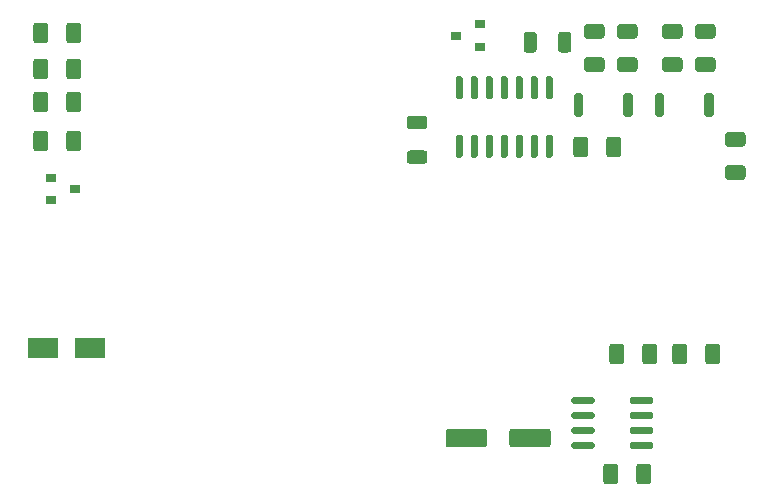
<source format=gbr>
%TF.GenerationSoftware,KiCad,Pcbnew,(5.1.9)-1*%
%TF.CreationDate,2021-03-01T17:33:48+01:00*%
%TF.ProjectId,mod_cell_0_02,6d6f645f-6365-46c6-9c5f-305f30322e6b,0.02*%
%TF.SameCoordinates,Original*%
%TF.FileFunction,Paste,Top*%
%TF.FilePolarity,Positive*%
%FSLAX46Y46*%
G04 Gerber Fmt 4.6, Leading zero omitted, Abs format (unit mm)*
G04 Created by KiCad (PCBNEW (5.1.9)-1) date 2021-03-01 17:33:48*
%MOMM*%
%LPD*%
G01*
G04 APERTURE LIST*
%ADD10R,0.900000X0.800000*%
%ADD11R,2.500000X1.800000*%
G04 APERTURE END LIST*
%TO.C,R6*%
G36*
G01*
X162270000Y-79144999D02*
X162270000Y-80395001D01*
G75*
G02*
X162020001Y-80645000I-249999J0D01*
G01*
X161394999Y-80645000D01*
G75*
G02*
X161145000Y-80395001I0J249999D01*
G01*
X161145000Y-79144999D01*
G75*
G02*
X161394999Y-78895000I249999J0D01*
G01*
X162020001Y-78895000D01*
G75*
G02*
X162270000Y-79144999I0J-249999D01*
G01*
G37*
G36*
G01*
X165195000Y-79144999D02*
X165195000Y-80395001D01*
G75*
G02*
X164945001Y-80645000I-249999J0D01*
G01*
X164319999Y-80645000D01*
G75*
G02*
X164070000Y-80395001I0J249999D01*
G01*
X164070000Y-79144999D01*
G75*
G02*
X164319999Y-78895000I249999J0D01*
G01*
X164945001Y-78895000D01*
G75*
G02*
X165195000Y-79144999I0J-249999D01*
G01*
G37*
%TD*%
%TO.C,R5*%
G36*
G01*
X152755001Y-87140000D02*
X151504999Y-87140000D01*
G75*
G02*
X151255000Y-86890001I0J249999D01*
G01*
X151255000Y-86264999D01*
G75*
G02*
X151504999Y-86015000I249999J0D01*
G01*
X152755001Y-86015000D01*
G75*
G02*
X153005000Y-86264999I0J-249999D01*
G01*
X153005000Y-86890001D01*
G75*
G02*
X152755001Y-87140000I-249999J0D01*
G01*
G37*
G36*
G01*
X152755001Y-90065000D02*
X151504999Y-90065000D01*
G75*
G02*
X151255000Y-89815001I0J249999D01*
G01*
X151255000Y-89189999D01*
G75*
G02*
X151504999Y-88940000I249999J0D01*
G01*
X152755001Y-88940000D01*
G75*
G02*
X153005000Y-89189999I0J-249999D01*
G01*
X153005000Y-89815001D01*
G75*
G02*
X152755001Y-90065000I-249999J0D01*
G01*
G37*
%TD*%
D10*
%TO.C,Q2*%
X155420000Y-79210000D03*
X157420000Y-78260000D03*
X157420000Y-80160000D03*
%TD*%
%TO.C,Q1*%
X123174000Y-92202000D03*
X121174000Y-93152000D03*
X121174000Y-91252000D03*
%TD*%
%TO.C,C2*%
G36*
G01*
X154554000Y-113834000D02*
X154554000Y-112734000D01*
G75*
G02*
X154804000Y-112484000I250000J0D01*
G01*
X157804000Y-112484000D01*
G75*
G02*
X158054000Y-112734000I0J-250000D01*
G01*
X158054000Y-113834000D01*
G75*
G02*
X157804000Y-114084000I-250000J0D01*
G01*
X154804000Y-114084000D01*
G75*
G02*
X154554000Y-113834000I0J250000D01*
G01*
G37*
G36*
G01*
X159954000Y-113834000D02*
X159954000Y-112734000D01*
G75*
G02*
X160204000Y-112484000I250000J0D01*
G01*
X163204000Y-112484000D01*
G75*
G02*
X163454000Y-112734000I0J-250000D01*
G01*
X163454000Y-113834000D01*
G75*
G02*
X163204000Y-114084000I-250000J0D01*
G01*
X160204000Y-114084000D01*
G75*
G02*
X159954000Y-113834000I0J250000D01*
G01*
G37*
%TD*%
%TO.C,C1*%
G36*
G01*
X167901000Y-116957000D02*
X167901000Y-115707000D01*
G75*
G02*
X168151000Y-115457000I250000J0D01*
G01*
X168901000Y-115457000D01*
G75*
G02*
X169151000Y-115707000I0J-250000D01*
G01*
X169151000Y-116957000D01*
G75*
G02*
X168901000Y-117207000I-250000J0D01*
G01*
X168151000Y-117207000D01*
G75*
G02*
X167901000Y-116957000I0J250000D01*
G01*
G37*
G36*
G01*
X170701000Y-116957000D02*
X170701000Y-115707000D01*
G75*
G02*
X170951000Y-115457000I250000J0D01*
G01*
X171701000Y-115457000D01*
G75*
G02*
X171951000Y-115707000I0J-250000D01*
G01*
X171951000Y-116957000D01*
G75*
G02*
X171701000Y-117207000I-250000J0D01*
G01*
X170951000Y-117207000D01*
G75*
G02*
X170701000Y-116957000I0J250000D01*
G01*
G37*
%TD*%
%TO.C,C3*%
G36*
G01*
X168161000Y-89271000D02*
X168161000Y-88021000D01*
G75*
G02*
X168411000Y-87771000I250000J0D01*
G01*
X169161000Y-87771000D01*
G75*
G02*
X169411000Y-88021000I0J-250000D01*
G01*
X169411000Y-89271000D01*
G75*
G02*
X169161000Y-89521000I-250000J0D01*
G01*
X168411000Y-89521000D01*
G75*
G02*
X168161000Y-89271000I0J250000D01*
G01*
G37*
G36*
G01*
X165361000Y-89271000D02*
X165361000Y-88021000D01*
G75*
G02*
X165611000Y-87771000I250000J0D01*
G01*
X166361000Y-87771000D01*
G75*
G02*
X166611000Y-88021000I0J-250000D01*
G01*
X166611000Y-89271000D01*
G75*
G02*
X166361000Y-89521000I-250000J0D01*
G01*
X165611000Y-89521000D01*
G75*
G02*
X165361000Y-89271000I0J250000D01*
G01*
G37*
%TD*%
%TO.C,D1*%
G36*
G01*
X170551000Y-82289000D02*
X169301000Y-82289000D01*
G75*
G02*
X169051000Y-82039000I0J250000D01*
G01*
X169051000Y-81289000D01*
G75*
G02*
X169301000Y-81039000I250000J0D01*
G01*
X170551000Y-81039000D01*
G75*
G02*
X170801000Y-81289000I0J-250000D01*
G01*
X170801000Y-82039000D01*
G75*
G02*
X170551000Y-82289000I-250000J0D01*
G01*
G37*
G36*
G01*
X170551000Y-79489000D02*
X169301000Y-79489000D01*
G75*
G02*
X169051000Y-79239000I0J250000D01*
G01*
X169051000Y-78489000D01*
G75*
G02*
X169301000Y-78239000I250000J0D01*
G01*
X170551000Y-78239000D01*
G75*
G02*
X170801000Y-78489000I0J-250000D01*
G01*
X170801000Y-79239000D01*
G75*
G02*
X170551000Y-79489000I-250000J0D01*
G01*
G37*
%TD*%
%TO.C,D2*%
G36*
G01*
X177155000Y-79489000D02*
X175905000Y-79489000D01*
G75*
G02*
X175655000Y-79239000I0J250000D01*
G01*
X175655000Y-78489000D01*
G75*
G02*
X175905000Y-78239000I250000J0D01*
G01*
X177155000Y-78239000D01*
G75*
G02*
X177405000Y-78489000I0J-250000D01*
G01*
X177405000Y-79239000D01*
G75*
G02*
X177155000Y-79489000I-250000J0D01*
G01*
G37*
G36*
G01*
X177155000Y-82289000D02*
X175905000Y-82289000D01*
G75*
G02*
X175655000Y-82039000I0J250000D01*
G01*
X175655000Y-81289000D01*
G75*
G02*
X175905000Y-81039000I250000J0D01*
G01*
X177155000Y-81039000D01*
G75*
G02*
X177405000Y-81289000I0J-250000D01*
G01*
X177405000Y-82039000D01*
G75*
G02*
X177155000Y-82289000I-250000J0D01*
G01*
G37*
%TD*%
%TO.C,D3*%
G36*
G01*
X123691000Y-81417000D02*
X123691000Y-82667000D01*
G75*
G02*
X123441000Y-82917000I-250000J0D01*
G01*
X122691000Y-82917000D01*
G75*
G02*
X122441000Y-82667000I0J250000D01*
G01*
X122441000Y-81417000D01*
G75*
G02*
X122691000Y-81167000I250000J0D01*
G01*
X123441000Y-81167000D01*
G75*
G02*
X123691000Y-81417000I0J-250000D01*
G01*
G37*
G36*
G01*
X120891000Y-81417000D02*
X120891000Y-82667000D01*
G75*
G02*
X120641000Y-82917000I-250000J0D01*
G01*
X119891000Y-82917000D01*
G75*
G02*
X119641000Y-82667000I0J250000D01*
G01*
X119641000Y-81417000D01*
G75*
G02*
X119891000Y-81167000I250000J0D01*
G01*
X120641000Y-81167000D01*
G75*
G02*
X120891000Y-81417000I0J-250000D01*
G01*
G37*
%TD*%
D11*
%TO.C,D4*%
X120428000Y-105664000D03*
X124428000Y-105664000D03*
%TD*%
%TO.C,F1*%
G36*
G01*
X179695000Y-91433000D02*
X178445000Y-91433000D01*
G75*
G02*
X178195000Y-91183000I0J250000D01*
G01*
X178195000Y-90433000D01*
G75*
G02*
X178445000Y-90183000I250000J0D01*
G01*
X179695000Y-90183000D01*
G75*
G02*
X179945000Y-90433000I0J-250000D01*
G01*
X179945000Y-91183000D01*
G75*
G02*
X179695000Y-91433000I-250000J0D01*
G01*
G37*
G36*
G01*
X179695000Y-88633000D02*
X178445000Y-88633000D01*
G75*
G02*
X178195000Y-88383000I0J250000D01*
G01*
X178195000Y-87633000D01*
G75*
G02*
X178445000Y-87383000I250000J0D01*
G01*
X179695000Y-87383000D01*
G75*
G02*
X179945000Y-87633000I0J-250000D01*
G01*
X179945000Y-88383000D01*
G75*
G02*
X179695000Y-88633000I-250000J0D01*
G01*
G37*
%TD*%
%TO.C,IC1*%
G36*
G01*
X165206000Y-110259000D02*
X165206000Y-109959000D01*
G75*
G02*
X165356000Y-109809000I150000J0D01*
G01*
X167006000Y-109809000D01*
G75*
G02*
X167156000Y-109959000I0J-150000D01*
G01*
X167156000Y-110259000D01*
G75*
G02*
X167006000Y-110409000I-150000J0D01*
G01*
X165356000Y-110409000D01*
G75*
G02*
X165206000Y-110259000I0J150000D01*
G01*
G37*
G36*
G01*
X165206000Y-111529000D02*
X165206000Y-111229000D01*
G75*
G02*
X165356000Y-111079000I150000J0D01*
G01*
X167006000Y-111079000D01*
G75*
G02*
X167156000Y-111229000I0J-150000D01*
G01*
X167156000Y-111529000D01*
G75*
G02*
X167006000Y-111679000I-150000J0D01*
G01*
X165356000Y-111679000D01*
G75*
G02*
X165206000Y-111529000I0J150000D01*
G01*
G37*
G36*
G01*
X165206000Y-112799000D02*
X165206000Y-112499000D01*
G75*
G02*
X165356000Y-112349000I150000J0D01*
G01*
X167006000Y-112349000D01*
G75*
G02*
X167156000Y-112499000I0J-150000D01*
G01*
X167156000Y-112799000D01*
G75*
G02*
X167006000Y-112949000I-150000J0D01*
G01*
X165356000Y-112949000D01*
G75*
G02*
X165206000Y-112799000I0J150000D01*
G01*
G37*
G36*
G01*
X165206000Y-114069000D02*
X165206000Y-113769000D01*
G75*
G02*
X165356000Y-113619000I150000J0D01*
G01*
X167006000Y-113619000D01*
G75*
G02*
X167156000Y-113769000I0J-150000D01*
G01*
X167156000Y-114069000D01*
G75*
G02*
X167006000Y-114219000I-150000J0D01*
G01*
X165356000Y-114219000D01*
G75*
G02*
X165206000Y-114069000I0J150000D01*
G01*
G37*
G36*
G01*
X170156000Y-114069000D02*
X170156000Y-113769000D01*
G75*
G02*
X170306000Y-113619000I150000J0D01*
G01*
X171956000Y-113619000D01*
G75*
G02*
X172106000Y-113769000I0J-150000D01*
G01*
X172106000Y-114069000D01*
G75*
G02*
X171956000Y-114219000I-150000J0D01*
G01*
X170306000Y-114219000D01*
G75*
G02*
X170156000Y-114069000I0J150000D01*
G01*
G37*
G36*
G01*
X170156000Y-112799000D02*
X170156000Y-112499000D01*
G75*
G02*
X170306000Y-112349000I150000J0D01*
G01*
X171956000Y-112349000D01*
G75*
G02*
X172106000Y-112499000I0J-150000D01*
G01*
X172106000Y-112799000D01*
G75*
G02*
X171956000Y-112949000I-150000J0D01*
G01*
X170306000Y-112949000D01*
G75*
G02*
X170156000Y-112799000I0J150000D01*
G01*
G37*
G36*
G01*
X170156000Y-111529000D02*
X170156000Y-111229000D01*
G75*
G02*
X170306000Y-111079000I150000J0D01*
G01*
X171956000Y-111079000D01*
G75*
G02*
X172106000Y-111229000I0J-150000D01*
G01*
X172106000Y-111529000D01*
G75*
G02*
X171956000Y-111679000I-150000J0D01*
G01*
X170306000Y-111679000D01*
G75*
G02*
X170156000Y-111529000I0J150000D01*
G01*
G37*
G36*
G01*
X170156000Y-110259000D02*
X170156000Y-109959000D01*
G75*
G02*
X170306000Y-109809000I150000J0D01*
G01*
X171956000Y-109809000D01*
G75*
G02*
X172106000Y-109959000I0J-150000D01*
G01*
X172106000Y-110259000D01*
G75*
G02*
X171956000Y-110409000I-150000J0D01*
G01*
X170306000Y-110409000D01*
G75*
G02*
X170156000Y-110259000I0J150000D01*
G01*
G37*
%TD*%
%TO.C,R1*%
G36*
G01*
X169659000Y-105547000D02*
X169659000Y-106797000D01*
G75*
G02*
X169409000Y-107047000I-250000J0D01*
G01*
X168659000Y-107047000D01*
G75*
G02*
X168409000Y-106797000I0J250000D01*
G01*
X168409000Y-105547000D01*
G75*
G02*
X168659000Y-105297000I250000J0D01*
G01*
X169409000Y-105297000D01*
G75*
G02*
X169659000Y-105547000I0J-250000D01*
G01*
G37*
G36*
G01*
X172459000Y-105547000D02*
X172459000Y-106797000D01*
G75*
G02*
X172209000Y-107047000I-250000J0D01*
G01*
X171459000Y-107047000D01*
G75*
G02*
X171209000Y-106797000I0J250000D01*
G01*
X171209000Y-105547000D01*
G75*
G02*
X171459000Y-105297000I250000J0D01*
G01*
X172209000Y-105297000D01*
G75*
G02*
X172459000Y-105547000I0J-250000D01*
G01*
G37*
%TD*%
%TO.C,R2*%
G36*
G01*
X173743000Y-106797000D02*
X173743000Y-105547000D01*
G75*
G02*
X173993000Y-105297000I250000J0D01*
G01*
X174743000Y-105297000D01*
G75*
G02*
X174993000Y-105547000I0J-250000D01*
G01*
X174993000Y-106797000D01*
G75*
G02*
X174743000Y-107047000I-250000J0D01*
G01*
X173993000Y-107047000D01*
G75*
G02*
X173743000Y-106797000I0J250000D01*
G01*
G37*
G36*
G01*
X176543000Y-106797000D02*
X176543000Y-105547000D01*
G75*
G02*
X176793000Y-105297000I250000J0D01*
G01*
X177543000Y-105297000D01*
G75*
G02*
X177793000Y-105547000I0J-250000D01*
G01*
X177793000Y-106797000D01*
G75*
G02*
X177543000Y-107047000I-250000J0D01*
G01*
X176793000Y-107047000D01*
G75*
G02*
X176543000Y-106797000I0J250000D01*
G01*
G37*
%TD*%
%TO.C,R3*%
G36*
G01*
X167757000Y-82289000D02*
X166507000Y-82289000D01*
G75*
G02*
X166257000Y-82039000I0J250000D01*
G01*
X166257000Y-81289000D01*
G75*
G02*
X166507000Y-81039000I250000J0D01*
G01*
X167757000Y-81039000D01*
G75*
G02*
X168007000Y-81289000I0J-250000D01*
G01*
X168007000Y-82039000D01*
G75*
G02*
X167757000Y-82289000I-250000J0D01*
G01*
G37*
G36*
G01*
X167757000Y-79489000D02*
X166507000Y-79489000D01*
G75*
G02*
X166257000Y-79239000I0J250000D01*
G01*
X166257000Y-78489000D01*
G75*
G02*
X166507000Y-78239000I250000J0D01*
G01*
X167757000Y-78239000D01*
G75*
G02*
X168007000Y-78489000I0J-250000D01*
G01*
X168007000Y-79239000D01*
G75*
G02*
X167757000Y-79489000I-250000J0D01*
G01*
G37*
%TD*%
%TO.C,R4*%
G36*
G01*
X174361000Y-79489000D02*
X173111000Y-79489000D01*
G75*
G02*
X172861000Y-79239000I0J250000D01*
G01*
X172861000Y-78489000D01*
G75*
G02*
X173111000Y-78239000I250000J0D01*
G01*
X174361000Y-78239000D01*
G75*
G02*
X174611000Y-78489000I0J-250000D01*
G01*
X174611000Y-79239000D01*
G75*
G02*
X174361000Y-79489000I-250000J0D01*
G01*
G37*
G36*
G01*
X174361000Y-82289000D02*
X173111000Y-82289000D01*
G75*
G02*
X172861000Y-82039000I0J250000D01*
G01*
X172861000Y-81289000D01*
G75*
G02*
X173111000Y-81039000I250000J0D01*
G01*
X174361000Y-81039000D01*
G75*
G02*
X174611000Y-81289000I0J-250000D01*
G01*
X174611000Y-82039000D01*
G75*
G02*
X174361000Y-82289000I-250000J0D01*
G01*
G37*
%TD*%
%TO.C,R7*%
G36*
G01*
X123691000Y-78369000D02*
X123691000Y-79619000D01*
G75*
G02*
X123441000Y-79869000I-250000J0D01*
G01*
X122691000Y-79869000D01*
G75*
G02*
X122441000Y-79619000I0J250000D01*
G01*
X122441000Y-78369000D01*
G75*
G02*
X122691000Y-78119000I250000J0D01*
G01*
X123441000Y-78119000D01*
G75*
G02*
X123691000Y-78369000I0J-250000D01*
G01*
G37*
G36*
G01*
X120891000Y-78369000D02*
X120891000Y-79619000D01*
G75*
G02*
X120641000Y-79869000I-250000J0D01*
G01*
X119891000Y-79869000D01*
G75*
G02*
X119641000Y-79619000I0J250000D01*
G01*
X119641000Y-78369000D01*
G75*
G02*
X119891000Y-78119000I250000J0D01*
G01*
X120641000Y-78119000D01*
G75*
G02*
X120891000Y-78369000I0J-250000D01*
G01*
G37*
%TD*%
%TO.C,R8*%
G36*
G01*
X119641000Y-85461000D02*
X119641000Y-84211000D01*
G75*
G02*
X119891000Y-83961000I250000J0D01*
G01*
X120641000Y-83961000D01*
G75*
G02*
X120891000Y-84211000I0J-250000D01*
G01*
X120891000Y-85461000D01*
G75*
G02*
X120641000Y-85711000I-250000J0D01*
G01*
X119891000Y-85711000D01*
G75*
G02*
X119641000Y-85461000I0J250000D01*
G01*
G37*
G36*
G01*
X122441000Y-85461000D02*
X122441000Y-84211000D01*
G75*
G02*
X122691000Y-83961000I250000J0D01*
G01*
X123441000Y-83961000D01*
G75*
G02*
X123691000Y-84211000I0J-250000D01*
G01*
X123691000Y-85461000D01*
G75*
G02*
X123441000Y-85711000I-250000J0D01*
G01*
X122691000Y-85711000D01*
G75*
G02*
X122441000Y-85461000I0J250000D01*
G01*
G37*
%TD*%
%TO.C,R9*%
G36*
G01*
X120891000Y-87513000D02*
X120891000Y-88763000D01*
G75*
G02*
X120641000Y-89013000I-250000J0D01*
G01*
X119891000Y-89013000D01*
G75*
G02*
X119641000Y-88763000I0J250000D01*
G01*
X119641000Y-87513000D01*
G75*
G02*
X119891000Y-87263000I250000J0D01*
G01*
X120641000Y-87263000D01*
G75*
G02*
X120891000Y-87513000I0J-250000D01*
G01*
G37*
G36*
G01*
X123691000Y-87513000D02*
X123691000Y-88763000D01*
G75*
G02*
X123441000Y-89013000I-250000J0D01*
G01*
X122691000Y-89013000D01*
G75*
G02*
X122441000Y-88763000I0J250000D01*
G01*
X122441000Y-87513000D01*
G75*
G02*
X122691000Y-87263000I250000J0D01*
G01*
X123441000Y-87263000D01*
G75*
G02*
X123691000Y-87513000I0J-250000D01*
G01*
G37*
%TD*%
%TO.C,SW1*%
G36*
G01*
X170394000Y-84290000D02*
X170394000Y-85890000D01*
G75*
G02*
X170194000Y-86090000I-200000J0D01*
G01*
X169794000Y-86090000D01*
G75*
G02*
X169594000Y-85890000I0J200000D01*
G01*
X169594000Y-84290000D01*
G75*
G02*
X169794000Y-84090000I200000J0D01*
G01*
X170194000Y-84090000D01*
G75*
G02*
X170394000Y-84290000I0J-200000D01*
G01*
G37*
G36*
G01*
X166194000Y-84290000D02*
X166194000Y-85890000D01*
G75*
G02*
X165994000Y-86090000I-200000J0D01*
G01*
X165594000Y-86090000D01*
G75*
G02*
X165394000Y-85890000I0J200000D01*
G01*
X165394000Y-84290000D01*
G75*
G02*
X165594000Y-84090000I200000J0D01*
G01*
X165994000Y-84090000D01*
G75*
G02*
X166194000Y-84290000I0J-200000D01*
G01*
G37*
%TD*%
%TO.C,SW2*%
G36*
G01*
X176452000Y-85890000D02*
X176452000Y-84290000D01*
G75*
G02*
X176652000Y-84090000I200000J0D01*
G01*
X177052000Y-84090000D01*
G75*
G02*
X177252000Y-84290000I0J-200000D01*
G01*
X177252000Y-85890000D01*
G75*
G02*
X177052000Y-86090000I-200000J0D01*
G01*
X176652000Y-86090000D01*
G75*
G02*
X176452000Y-85890000I0J200000D01*
G01*
G37*
G36*
G01*
X172252000Y-85890000D02*
X172252000Y-84290000D01*
G75*
G02*
X172452000Y-84090000I200000J0D01*
G01*
X172852000Y-84090000D01*
G75*
G02*
X173052000Y-84290000I0J-200000D01*
G01*
X173052000Y-85890000D01*
G75*
G02*
X172852000Y-86090000I-200000J0D01*
G01*
X172452000Y-86090000D01*
G75*
G02*
X172252000Y-85890000I0J200000D01*
G01*
G37*
%TD*%
%TO.C,U3*%
G36*
G01*
X163172000Y-82656000D02*
X163472000Y-82656000D01*
G75*
G02*
X163622000Y-82806000I0J-150000D01*
G01*
X163622000Y-84456000D01*
G75*
G02*
X163472000Y-84606000I-150000J0D01*
G01*
X163172000Y-84606000D01*
G75*
G02*
X163022000Y-84456000I0J150000D01*
G01*
X163022000Y-82806000D01*
G75*
G02*
X163172000Y-82656000I150000J0D01*
G01*
G37*
G36*
G01*
X161902000Y-82656000D02*
X162202000Y-82656000D01*
G75*
G02*
X162352000Y-82806000I0J-150000D01*
G01*
X162352000Y-84456000D01*
G75*
G02*
X162202000Y-84606000I-150000J0D01*
G01*
X161902000Y-84606000D01*
G75*
G02*
X161752000Y-84456000I0J150000D01*
G01*
X161752000Y-82806000D01*
G75*
G02*
X161902000Y-82656000I150000J0D01*
G01*
G37*
G36*
G01*
X160632000Y-82656000D02*
X160932000Y-82656000D01*
G75*
G02*
X161082000Y-82806000I0J-150000D01*
G01*
X161082000Y-84456000D01*
G75*
G02*
X160932000Y-84606000I-150000J0D01*
G01*
X160632000Y-84606000D01*
G75*
G02*
X160482000Y-84456000I0J150000D01*
G01*
X160482000Y-82806000D01*
G75*
G02*
X160632000Y-82656000I150000J0D01*
G01*
G37*
G36*
G01*
X159362000Y-82656000D02*
X159662000Y-82656000D01*
G75*
G02*
X159812000Y-82806000I0J-150000D01*
G01*
X159812000Y-84456000D01*
G75*
G02*
X159662000Y-84606000I-150000J0D01*
G01*
X159362000Y-84606000D01*
G75*
G02*
X159212000Y-84456000I0J150000D01*
G01*
X159212000Y-82806000D01*
G75*
G02*
X159362000Y-82656000I150000J0D01*
G01*
G37*
G36*
G01*
X158092000Y-82656000D02*
X158392000Y-82656000D01*
G75*
G02*
X158542000Y-82806000I0J-150000D01*
G01*
X158542000Y-84456000D01*
G75*
G02*
X158392000Y-84606000I-150000J0D01*
G01*
X158092000Y-84606000D01*
G75*
G02*
X157942000Y-84456000I0J150000D01*
G01*
X157942000Y-82806000D01*
G75*
G02*
X158092000Y-82656000I150000J0D01*
G01*
G37*
G36*
G01*
X156822000Y-82656000D02*
X157122000Y-82656000D01*
G75*
G02*
X157272000Y-82806000I0J-150000D01*
G01*
X157272000Y-84456000D01*
G75*
G02*
X157122000Y-84606000I-150000J0D01*
G01*
X156822000Y-84606000D01*
G75*
G02*
X156672000Y-84456000I0J150000D01*
G01*
X156672000Y-82806000D01*
G75*
G02*
X156822000Y-82656000I150000J0D01*
G01*
G37*
G36*
G01*
X155552000Y-82656000D02*
X155852000Y-82656000D01*
G75*
G02*
X156002000Y-82806000I0J-150000D01*
G01*
X156002000Y-84456000D01*
G75*
G02*
X155852000Y-84606000I-150000J0D01*
G01*
X155552000Y-84606000D01*
G75*
G02*
X155402000Y-84456000I0J150000D01*
G01*
X155402000Y-82806000D01*
G75*
G02*
X155552000Y-82656000I150000J0D01*
G01*
G37*
G36*
G01*
X155552000Y-87606000D02*
X155852000Y-87606000D01*
G75*
G02*
X156002000Y-87756000I0J-150000D01*
G01*
X156002000Y-89406000D01*
G75*
G02*
X155852000Y-89556000I-150000J0D01*
G01*
X155552000Y-89556000D01*
G75*
G02*
X155402000Y-89406000I0J150000D01*
G01*
X155402000Y-87756000D01*
G75*
G02*
X155552000Y-87606000I150000J0D01*
G01*
G37*
G36*
G01*
X156822000Y-87606000D02*
X157122000Y-87606000D01*
G75*
G02*
X157272000Y-87756000I0J-150000D01*
G01*
X157272000Y-89406000D01*
G75*
G02*
X157122000Y-89556000I-150000J0D01*
G01*
X156822000Y-89556000D01*
G75*
G02*
X156672000Y-89406000I0J150000D01*
G01*
X156672000Y-87756000D01*
G75*
G02*
X156822000Y-87606000I150000J0D01*
G01*
G37*
G36*
G01*
X158092000Y-87606000D02*
X158392000Y-87606000D01*
G75*
G02*
X158542000Y-87756000I0J-150000D01*
G01*
X158542000Y-89406000D01*
G75*
G02*
X158392000Y-89556000I-150000J0D01*
G01*
X158092000Y-89556000D01*
G75*
G02*
X157942000Y-89406000I0J150000D01*
G01*
X157942000Y-87756000D01*
G75*
G02*
X158092000Y-87606000I150000J0D01*
G01*
G37*
G36*
G01*
X159362000Y-87606000D02*
X159662000Y-87606000D01*
G75*
G02*
X159812000Y-87756000I0J-150000D01*
G01*
X159812000Y-89406000D01*
G75*
G02*
X159662000Y-89556000I-150000J0D01*
G01*
X159362000Y-89556000D01*
G75*
G02*
X159212000Y-89406000I0J150000D01*
G01*
X159212000Y-87756000D01*
G75*
G02*
X159362000Y-87606000I150000J0D01*
G01*
G37*
G36*
G01*
X160632000Y-87606000D02*
X160932000Y-87606000D01*
G75*
G02*
X161082000Y-87756000I0J-150000D01*
G01*
X161082000Y-89406000D01*
G75*
G02*
X160932000Y-89556000I-150000J0D01*
G01*
X160632000Y-89556000D01*
G75*
G02*
X160482000Y-89406000I0J150000D01*
G01*
X160482000Y-87756000D01*
G75*
G02*
X160632000Y-87606000I150000J0D01*
G01*
G37*
G36*
G01*
X161902000Y-87606000D02*
X162202000Y-87606000D01*
G75*
G02*
X162352000Y-87756000I0J-150000D01*
G01*
X162352000Y-89406000D01*
G75*
G02*
X162202000Y-89556000I-150000J0D01*
G01*
X161902000Y-89556000D01*
G75*
G02*
X161752000Y-89406000I0J150000D01*
G01*
X161752000Y-87756000D01*
G75*
G02*
X161902000Y-87606000I150000J0D01*
G01*
G37*
G36*
G01*
X163172000Y-87606000D02*
X163472000Y-87606000D01*
G75*
G02*
X163622000Y-87756000I0J-150000D01*
G01*
X163622000Y-89406000D01*
G75*
G02*
X163472000Y-89556000I-150000J0D01*
G01*
X163172000Y-89556000D01*
G75*
G02*
X163022000Y-89406000I0J150000D01*
G01*
X163022000Y-87756000D01*
G75*
G02*
X163172000Y-87606000I150000J0D01*
G01*
G37*
%TD*%
M02*

</source>
